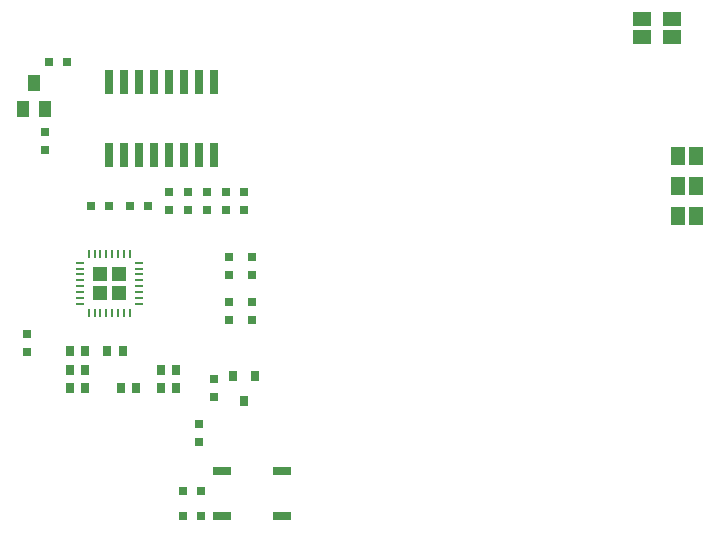
<source format=gtp>
G75*
G70*
%OFA0B0*%
%FSLAX24Y24*%
%IPPOS*%
%LPD*%
%AMOC8*
5,1,8,0,0,1.08239X$1,22.5*
%
%ADD10R,0.0512X0.0512*%
%ADD11R,0.0112X0.0315*%
%ADD12R,0.0315X0.0112*%
%ADD13R,0.0394X0.0551*%
%ADD14R,0.0300X0.0300*%
%ADD15R,0.0315X0.0354*%
%ADD16R,0.0276X0.0354*%
%ADD17R,0.0260X0.0800*%
%ADD18R,0.0600X0.0300*%
%ADD19R,0.0460X0.0630*%
%ADD20R,0.0630X0.0460*%
D10*
X004335Y008335D03*
X004965Y008335D03*
X004965Y008965D03*
X004335Y008965D03*
D11*
X004355Y009634D03*
X004552Y009634D03*
X004748Y009634D03*
X004945Y009634D03*
X005142Y009634D03*
X005339Y009634D03*
X004158Y009634D03*
X003961Y009634D03*
X003961Y007666D03*
X004158Y007666D03*
X004355Y007666D03*
X004552Y007666D03*
X004748Y007666D03*
X004945Y007666D03*
X005142Y007666D03*
X005339Y007666D03*
D12*
X005634Y007961D03*
X005634Y008158D03*
X005634Y008355D03*
X005634Y008552D03*
X005634Y008748D03*
X005634Y008945D03*
X005634Y009142D03*
X005634Y009339D03*
X003666Y009339D03*
X003666Y009142D03*
X003666Y008945D03*
X003666Y008748D03*
X003666Y008552D03*
X003666Y008355D03*
X003666Y008158D03*
X003666Y007961D03*
D13*
X002524Y014467D03*
X001776Y014467D03*
X002150Y015333D03*
D14*
X002650Y016025D03*
X003250Y016025D03*
X002524Y013700D03*
X002524Y013100D03*
X004038Y011213D03*
X004638Y011213D03*
X005350Y011213D03*
X005950Y011213D03*
X006650Y011100D03*
X006650Y011700D03*
X007275Y011700D03*
X007900Y011700D03*
X008525Y011700D03*
X009150Y011700D03*
X009150Y011100D03*
X008525Y011100D03*
X007900Y011100D03*
X007275Y011100D03*
X008650Y009513D03*
X009400Y009513D03*
X009400Y008913D03*
X008650Y008913D03*
X008650Y008013D03*
X008650Y007413D03*
X009400Y007413D03*
X009400Y008013D03*
X008150Y005450D03*
X008150Y004850D03*
X007650Y003950D03*
X007650Y003350D03*
X007700Y001728D03*
X007100Y001728D03*
X007100Y000900D03*
X007700Y000900D03*
X001900Y006350D03*
X001900Y006950D03*
D15*
X008776Y005544D03*
X009524Y005544D03*
X009150Y004717D03*
D16*
X003339Y005150D03*
X003851Y005150D03*
X003851Y005775D03*
X003339Y005775D03*
X003332Y006400D03*
X003843Y006400D03*
X004582Y006400D03*
X005093Y006400D03*
X006374Y005775D03*
X006886Y005775D03*
X006886Y005150D03*
X006374Y005150D03*
X005551Y005150D03*
X005039Y005150D03*
D17*
X005150Y012940D03*
X004650Y012940D03*
X005650Y012940D03*
X006150Y012940D03*
X006650Y012940D03*
X007150Y012940D03*
X007650Y012940D03*
X008150Y012940D03*
X008150Y015360D03*
X007650Y015360D03*
X007150Y015360D03*
X006650Y015360D03*
X006150Y015360D03*
X005650Y015360D03*
X005150Y015360D03*
X004650Y015360D03*
D18*
X008400Y002400D03*
X008400Y000900D03*
X010400Y000900D03*
X010400Y002400D03*
D19*
X023600Y010900D03*
X024200Y010900D03*
X024200Y011900D03*
X023600Y011900D03*
X023600Y012900D03*
X024200Y012900D03*
D20*
X023400Y016850D03*
X023400Y017450D03*
X022400Y017450D03*
X022400Y016850D03*
M02*

</source>
